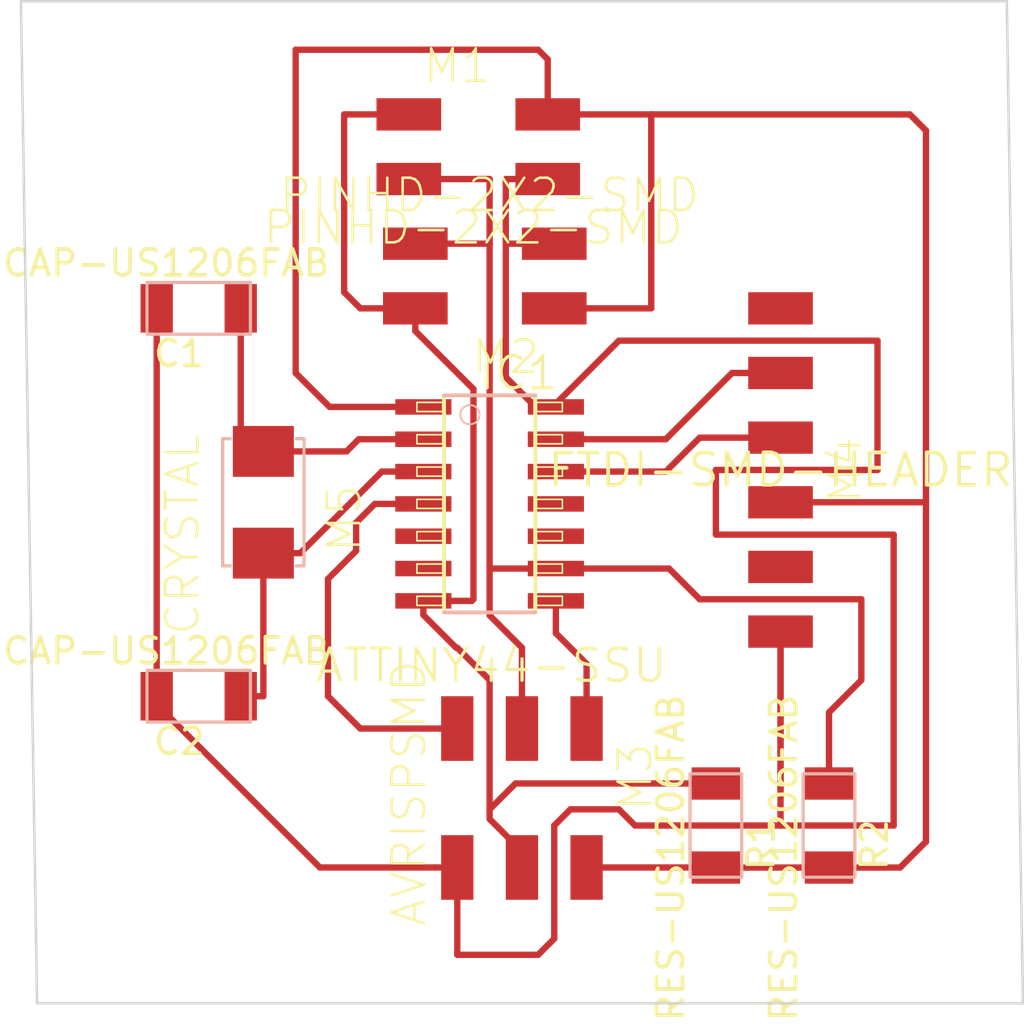
<source format=kicad_pcb>
(kicad_pcb (version 20171130) (host pcbnew "(5.0.1-3-g963ef8bb5)")

  (general
    (thickness 1.6)
    (drawings 4)
    (tracks 113)
    (zones 0)
    (modules 10)
    (nets 17)
  )

  (page A4)
  (layers
    (0 F.Cu signal)
    (31 B.Cu signal)
    (32 B.Adhes user)
    (33 F.Adhes user)
    (34 B.Paste user)
    (35 F.Paste user)
    (36 B.SilkS user)
    (37 F.SilkS user)
    (38 B.Mask user)
    (39 F.Mask user)
    (40 Dwgs.User user)
    (41 Cmts.User user)
    (42 Eco1.User user)
    (43 Eco2.User user)
    (44 Edge.Cuts user)
    (45 Margin user)
    (46 B.CrtYd user)
    (47 F.CrtYd user)
    (48 B.Fab user)
    (49 F.Fab user)
  )

  (setup
    (last_trace_width 0.25)
    (trace_clearance 0.2)
    (zone_clearance 0.508)
    (zone_45_only no)
    (trace_min 0.2)
    (segment_width 0.2)
    (edge_width 0.1)
    (via_size 0.8)
    (via_drill 0.4)
    (via_min_size 0.4)
    (via_min_drill 0.3)
    (uvia_size 0.3)
    (uvia_drill 0.1)
    (uvias_allowed no)
    (uvia_min_size 0.2)
    (uvia_min_drill 0.1)
    (pcb_text_width 0.3)
    (pcb_text_size 1.5 1.5)
    (mod_edge_width 0.15)
    (mod_text_size 1 1)
    (mod_text_width 0.15)
    (pad_size 1.5 1.5)
    (pad_drill 0.6)
    (pad_to_mask_clearance 0)
    (aux_axis_origin 0 0)
    (visible_elements FFFFFF7F)
    (pcbplotparams
      (layerselection 0x010fc_ffffffff)
      (usegerberextensions false)
      (usegerberattributes false)
      (usegerberadvancedattributes false)
      (creategerberjobfile false)
      (excludeedgelayer true)
      (linewidth 0.100000)
      (plotframeref false)
      (viasonmask false)
      (mode 1)
      (useauxorigin false)
      (hpglpennumber 1)
      (hpglpenspeed 20)
      (hpglpendiameter 15.000000)
      (psnegative false)
      (psa4output false)
      (plotreference true)
      (plotvalue true)
      (plotinvisibletext false)
      (padsonsilk false)
      (subtractmaskfromsilk false)
      (outputformat 1)
      (mirror false)
      (drillshape 1)
      (scaleselection 1)
      (outputdirectory ""))
  )

  (net 0 "")
  (net 1 "Net-(C1-Pad1)")
  (net 2 GND)
  (net 3 "Net-(C2-Pad1)")
  (net 4 VCC)
  (net 5 RESET)
  (net 6 "Net-(IC1-Pad5)")
  (net 7 "Net-(IC1-Pad6)")
  (net 8 MOSI)
  (net 9 MISO)
  (net 10 SCK)
  (net 11 "Net-(IC1-Pad10)")
  (net 12 "Net-(IC1-Pad11)")
  (net 13 TXD)
  (net 14 RXD)
  (net 15 "Net-(M4-Pad2)")
  (net 16 "Net-(M4-Pad6)")

  (net_class Default "This is the default net class."
    (clearance 0.2)
    (trace_width 0.25)
    (via_dia 0.8)
    (via_drill 0.4)
    (uvia_dia 0.3)
    (uvia_drill 0.1)
    (add_net GND)
    (add_net MISO)
    (add_net MOSI)
    (add_net "Net-(C1-Pad1)")
    (add_net "Net-(C2-Pad1)")
    (add_net "Net-(IC1-Pad10)")
    (add_net "Net-(IC1-Pad11)")
    (add_net "Net-(IC1-Pad5)")
    (add_net "Net-(IC1-Pad6)")
    (add_net "Net-(M4-Pad2)")
    (add_net "Net-(M4-Pad6)")
    (add_net RESET)
    (add_net RXD)
    (add_net SCK)
    (add_net TXD)
    (add_net VCC)
  )

  (module fab:fab-C1206FAB (layer F.Cu) (tedit 200000) (tstamp 5D01AD61)
    (at 97.79 72.39 180)
    (path /5CC6AABE)
    (attr smd)
    (fp_text reference C1 (at 0.762 -1.778 180) (layer F.SilkS)
      (effects (font (size 1.016 1.016) (thickness 0.1524)))
    )
    (fp_text value CAP-US1206FAB (at 1.27 1.778 180) (layer F.SilkS)
      (effects (font (size 1.016 1.016) (thickness 0.1524)))
    )
    (fp_line (start -2.032 -1.016) (end 2.032 -1.016) (layer B.SilkS) (width 0.127))
    (fp_line (start 2.032 -1.016) (end 2.032 1.016) (layer B.SilkS) (width 0.127))
    (fp_line (start 2.032 1.016) (end -2.032 1.016) (layer B.SilkS) (width 0.127))
    (fp_line (start -2.032 1.016) (end -2.032 -1.016) (layer B.SilkS) (width 0.127))
    (pad 1 smd rect (at -1.651 0 180) (size 1.27 1.905) (layers F.Cu F.Paste F.Mask)
      (net 1 "Net-(C1-Pad1)"))
    (pad 2 smd rect (at 1.651 0 180) (size 1.27 1.905) (layers F.Cu F.Paste F.Mask)
      (net 2 GND))
  )

  (module fab:fab-C1206FAB (layer F.Cu) (tedit 200000) (tstamp 5D01AD6B)
    (at 97.79 87.63 180)
    (path /5CC6AB30)
    (attr smd)
    (fp_text reference C2 (at 0.762 -1.778 180) (layer F.SilkS)
      (effects (font (size 1.016 1.016) (thickness 0.1524)))
    )
    (fp_text value CAP-US1206FAB (at 1.27 1.778 180) (layer F.SilkS)
      (effects (font (size 1.016 1.016) (thickness 0.1524)))
    )
    (fp_line (start -2.032 1.016) (end -2.032 -1.016) (layer B.SilkS) (width 0.127))
    (fp_line (start 2.032 1.016) (end -2.032 1.016) (layer B.SilkS) (width 0.127))
    (fp_line (start 2.032 -1.016) (end 2.032 1.016) (layer B.SilkS) (width 0.127))
    (fp_line (start -2.032 -1.016) (end 2.032 -1.016) (layer B.SilkS) (width 0.127))
    (pad 2 smd rect (at 1.651 0 180) (size 1.27 1.905) (layers F.Cu F.Paste F.Mask)
      (net 2 GND))
    (pad 1 smd rect (at -1.651 0 180) (size 1.27 1.905) (layers F.Cu F.Paste F.Mask)
      (net 3 "Net-(C2-Pad1)"))
  )

  (module fab:fab-SOIC14 (layer F.Cu) (tedit 200000) (tstamp 5D01ADBA)
    (at 109.22 80.0735 270)
    (descr "SMALL OUTLINE PACKAGE")
    (tags "SMALL OUTLINE PACKAGE")
    (path /5CC56FD1)
    (attr smd)
    (fp_text reference IC1 (at -5.1435 -1.143) (layer F.SilkS)
      (effects (font (size 1.27 1.27) (thickness 0.127)))
    )
    (fp_text value ATTINY44-SSU (at 6.35 -0.0635 180) (layer F.SilkS)
      (effects (font (size 1.27 1.27) (thickness 0.127)))
    )
    (fp_line (start -3.9878 -1.8415) (end -3.62966 -1.8415) (layer F.SilkS) (width 0.06604))
    (fp_line (start -3.62966 -1.8415) (end -3.62966 -2.8575) (layer F.SilkS) (width 0.06604))
    (fp_line (start -3.9878 -2.8575) (end -3.62966 -2.8575) (layer F.SilkS) (width 0.06604))
    (fp_line (start -3.9878 -1.8415) (end -3.9878 -2.8575) (layer F.SilkS) (width 0.06604))
    (fp_line (start -2.7178 -1.8415) (end -2.3622 -1.8415) (layer F.SilkS) (width 0.06604))
    (fp_line (start -2.3622 -1.8415) (end -2.3622 -2.8575) (layer F.SilkS) (width 0.06604))
    (fp_line (start -2.7178 -2.8575) (end -2.3622 -2.8575) (layer F.SilkS) (width 0.06604))
    (fp_line (start -2.7178 -1.8415) (end -2.7178 -2.8575) (layer F.SilkS) (width 0.06604))
    (fp_line (start -1.4478 -1.8415) (end -1.08966 -1.8415) (layer F.SilkS) (width 0.06604))
    (fp_line (start -1.08966 -1.8415) (end -1.08966 -2.8575) (layer F.SilkS) (width 0.06604))
    (fp_line (start -1.4478 -2.8575) (end -1.08966 -2.8575) (layer F.SilkS) (width 0.06604))
    (fp_line (start -1.4478 -1.8415) (end -1.4478 -2.8575) (layer F.SilkS) (width 0.06604))
    (fp_line (start -0.1778 -1.8415) (end 0.1778 -1.8415) (layer F.SilkS) (width 0.06604))
    (fp_line (start 0.1778 -1.8415) (end 0.1778 -2.8575) (layer F.SilkS) (width 0.06604))
    (fp_line (start -0.1778 -2.8575) (end 0.1778 -2.8575) (layer F.SilkS) (width 0.06604))
    (fp_line (start -0.1778 -1.8415) (end -0.1778 -2.8575) (layer F.SilkS) (width 0.06604))
    (fp_line (start 1.08966 -1.8415) (end 1.4478 -1.8415) (layer F.SilkS) (width 0.06604))
    (fp_line (start 1.4478 -1.8415) (end 1.4478 -2.8575) (layer F.SilkS) (width 0.06604))
    (fp_line (start 1.08966 -2.8575) (end 1.4478 -2.8575) (layer F.SilkS) (width 0.06604))
    (fp_line (start 1.08966 -1.8415) (end 1.08966 -2.8575) (layer F.SilkS) (width 0.06604))
    (fp_line (start 2.3622 -1.8415) (end 2.7178 -1.8415) (layer F.SilkS) (width 0.06604))
    (fp_line (start 2.7178 -1.8415) (end 2.7178 -2.8575) (layer F.SilkS) (width 0.06604))
    (fp_line (start 2.3622 -2.8575) (end 2.7178 -2.8575) (layer F.SilkS) (width 0.06604))
    (fp_line (start 2.3622 -1.8415) (end 2.3622 -2.8575) (layer F.SilkS) (width 0.06604))
    (fp_line (start 3.62966 -1.8415) (end 3.9878 -1.8415) (layer F.SilkS) (width 0.06604))
    (fp_line (start 3.9878 -1.8415) (end 3.9878 -2.8575) (layer F.SilkS) (width 0.06604))
    (fp_line (start 3.62966 -2.8575) (end 3.9878 -2.8575) (layer F.SilkS) (width 0.06604))
    (fp_line (start 3.62966 -1.8415) (end 3.62966 -2.8575) (layer F.SilkS) (width 0.06604))
    (fp_line (start 3.62966 2.8575) (end 3.9878 2.8575) (layer F.SilkS) (width 0.06604))
    (fp_line (start 3.9878 2.8575) (end 3.9878 1.8415) (layer F.SilkS) (width 0.06604))
    (fp_line (start 3.62966 1.8415) (end 3.9878 1.8415) (layer F.SilkS) (width 0.06604))
    (fp_line (start 3.62966 2.8575) (end 3.62966 1.8415) (layer F.SilkS) (width 0.06604))
    (fp_line (start 2.3622 2.8575) (end 2.7178 2.8575) (layer F.SilkS) (width 0.06604))
    (fp_line (start 2.7178 2.8575) (end 2.7178 1.8415) (layer F.SilkS) (width 0.06604))
    (fp_line (start 2.3622 1.8415) (end 2.7178 1.8415) (layer F.SilkS) (width 0.06604))
    (fp_line (start 2.3622 2.8575) (end 2.3622 1.8415) (layer F.SilkS) (width 0.06604))
    (fp_line (start 1.08966 2.8575) (end 1.4478 2.8575) (layer F.SilkS) (width 0.06604))
    (fp_line (start 1.4478 2.8575) (end 1.4478 1.8415) (layer F.SilkS) (width 0.06604))
    (fp_line (start 1.08966 1.8415) (end 1.4478 1.8415) (layer F.SilkS) (width 0.06604))
    (fp_line (start 1.08966 2.8575) (end 1.08966 1.8415) (layer F.SilkS) (width 0.06604))
    (fp_line (start -0.1778 2.8575) (end 0.1778 2.8575) (layer F.SilkS) (width 0.06604))
    (fp_line (start 0.1778 2.8575) (end 0.1778 1.8415) (layer F.SilkS) (width 0.06604))
    (fp_line (start -0.1778 1.8415) (end 0.1778 1.8415) (layer F.SilkS) (width 0.06604))
    (fp_line (start -0.1778 2.8575) (end -0.1778 1.8415) (layer F.SilkS) (width 0.06604))
    (fp_line (start -1.4478 2.8575) (end -1.08966 2.8575) (layer F.SilkS) (width 0.06604))
    (fp_line (start -1.08966 2.8575) (end -1.08966 1.8415) (layer F.SilkS) (width 0.06604))
    (fp_line (start -1.4478 1.8415) (end -1.08966 1.8415) (layer F.SilkS) (width 0.06604))
    (fp_line (start -1.4478 2.8575) (end -1.4478 1.8415) (layer F.SilkS) (width 0.06604))
    (fp_line (start -2.7178 2.8575) (end -2.3622 2.8575) (layer F.SilkS) (width 0.06604))
    (fp_line (start -2.3622 2.8575) (end -2.3622 1.8415) (layer F.SilkS) (width 0.06604))
    (fp_line (start -2.7178 1.8415) (end -2.3622 1.8415) (layer F.SilkS) (width 0.06604))
    (fp_line (start -2.7178 2.8575) (end -2.7178 1.8415) (layer F.SilkS) (width 0.06604))
    (fp_line (start -3.9878 2.8575) (end -3.62966 2.8575) (layer F.SilkS) (width 0.06604))
    (fp_line (start -3.62966 2.8575) (end -3.62966 1.8415) (layer F.SilkS) (width 0.06604))
    (fp_line (start -3.9878 1.8415) (end -3.62966 1.8415) (layer F.SilkS) (width 0.06604))
    (fp_line (start -3.9878 2.8575) (end -3.9878 1.8415) (layer F.SilkS) (width 0.06604))
    (fp_line (start -4.26466 1.7907) (end 4.26466 1.7907) (layer F.SilkS) (width 0.1524))
    (fp_line (start 4.26466 1.7907) (end 4.26466 -1.7907) (layer B.SilkS) (width 0.1524))
    (fp_line (start 4.26466 -1.7907) (end -4.26466 -1.7907) (layer F.SilkS) (width 0.1524))
    (fp_line (start -4.26466 -1.7907) (end -4.26466 1.7907) (layer B.SilkS) (width 0.1524))
    (fp_circle (center -3.5052 0.7747) (end -3.7719 1.0414) (layer B.SilkS) (width 0.0762))
    (pad 1 smd rect (at -3.81 2.6035 270) (size 0.6096 2.20726) (layers F.Cu F.Paste F.Mask)
      (net 4 VCC))
    (pad 2 smd rect (at -2.54 2.6035 270) (size 0.6096 2.20726) (layers F.Cu F.Paste F.Mask)
      (net 1 "Net-(C1-Pad1)"))
    (pad 3 smd rect (at -1.27 2.6035 270) (size 0.6096 2.20726) (layers F.Cu F.Paste F.Mask)
      (net 3 "Net-(C2-Pad1)"))
    (pad 4 smd rect (at 0 2.6035 270) (size 0.6096 2.20726) (layers F.Cu F.Paste F.Mask)
      (net 5 RESET))
    (pad 5 smd rect (at 1.27 2.6035 270) (size 0.6096 2.20726) (layers F.Cu F.Paste F.Mask)
      (net 6 "Net-(IC1-Pad5)"))
    (pad 6 smd rect (at 2.54 2.6035 270) (size 0.6096 2.20726) (layers F.Cu F.Paste F.Mask)
      (net 7 "Net-(IC1-Pad6)"))
    (pad 7 smd rect (at 3.81 2.6035 270) (size 0.6096 2.20726) (layers F.Cu F.Paste F.Mask)
      (net 8 MOSI))
    (pad 8 smd rect (at 3.81 -2.6035 270) (size 0.6096 2.20726) (layers F.Cu F.Paste F.Mask)
      (net 9 MISO))
    (pad 9 smd rect (at 2.54 -2.6035 270) (size 0.6096 2.20726) (layers F.Cu F.Paste F.Mask)
      (net 10 SCK))
    (pad 10 smd rect (at 1.27 -2.6035 270) (size 0.6096 2.20726) (layers F.Cu F.Paste F.Mask)
      (net 11 "Net-(IC1-Pad10)"))
    (pad 11 smd rect (at 0 -2.6035 270) (size 0.6096 2.20726) (layers F.Cu F.Paste F.Mask)
      (net 12 "Net-(IC1-Pad11)"))
    (pad 12 smd rect (at -1.27 -2.6035 270) (size 0.6096 2.20726) (layers F.Cu F.Paste F.Mask)
      (net 13 TXD))
    (pad 13 smd rect (at -2.54 -2.6035 270) (size 0.6096 2.20726) (layers F.Cu F.Paste F.Mask)
      (net 14 RXD))
    (pad 14 smd rect (at -3.81 -2.6035 270) (size 0.6096 2.20726) (layers F.Cu F.Paste F.Mask)
      (net 2 GND))
  )

  (module fab:fab-2X02SMD (layer F.Cu) (tedit 200000) (tstamp 5D01ADC2)
    (at 108.585 66.04)
    (path /5CC576D4)
    (attr smd)
    (fp_text reference M1 (at -0.635 -3.175) (layer F.SilkS)
      (effects (font (size 1.27 1.27) (thickness 0.1016)))
    )
    (fp_text value PINHD-2X2-SMD (at 0 3.175) (layer F.SilkS)
      (effects (font (size 1.27 1.27) (thickness 0.1016)))
    )
    (pad 4 smd rect (at 2.91846 1.27) (size 2.54 1.27) (layers F.Cu F.Paste F.Mask)
      (net 2 GND))
    (pad 3 smd rect (at -2.54 1.27) (size 2.54 1.27) (layers F.Cu F.Paste F.Mask)
      (net 10 SCK))
    (pad 2 smd rect (at 2.91846 -1.27) (size 2.54 1.27) (layers F.Cu F.Paste F.Mask)
      (net 4 VCC))
    (pad 1 smd rect (at -2.54 -1.27) (size 2.54 1.27) (layers F.Cu F.Paste F.Mask)
      (net 8 MOSI))
  )

  (module fab:fab-2X02SMD (layer F.Cu) (tedit 200000) (tstamp 5D01ADCA)
    (at 109.22 71.12 180)
    (path /5CC57680)
    (attr smd)
    (fp_text reference M2 (at -0.635 -3.175 180) (layer F.SilkS)
      (effects (font (size 1.27 1.27) (thickness 0.1016)))
    )
    (fp_text value PINHD-2X2-SMD (at 0 3.175 180) (layer F.SilkS)
      (effects (font (size 1.27 1.27) (thickness 0.1016)))
    )
    (pad 1 smd rect (at -2.54 -1.27 180) (size 2.54 1.27) (layers F.Cu F.Paste F.Mask)
      (net 4 VCC))
    (pad 2 smd rect (at 2.91846 -1.27 180) (size 2.54 1.27) (layers F.Cu F.Paste F.Mask)
      (net 8 MOSI))
    (pad 3 smd rect (at -2.54 1.27 180) (size 2.54 1.27) (layers F.Cu F.Paste F.Mask)
      (net 2 GND))
    (pad 4 smd rect (at 2.91846 1.27 180) (size 2.54 1.27) (layers F.Cu F.Paste F.Mask)
      (net 10 SCK))
  )

  (module fab:fab-2X03SMD (layer F.Cu) (tedit 200000) (tstamp 5D01ADD4)
    (at 110.49 91.44 270)
    (path /5CC570A7)
    (attr smd)
    (fp_text reference M3 (at -0.635 -4.445 270) (layer F.SilkS)
      (effects (font (size 1.27 1.27) (thickness 0.1016)))
    )
    (fp_text value AVRISPSMD (at 0 4.445 270) (layer F.SilkS)
      (effects (font (size 1.27 1.27) (thickness 0.1016)))
    )
    (pad 1 smd rect (at -2.54 -2.54 270) (size 2.54 1.27) (layers F.Cu F.Paste F.Mask)
      (net 9 MISO))
    (pad 2 smd rect (at 2.91846 -2.54 270) (size 2.54 1.27) (layers F.Cu F.Paste F.Mask)
      (net 4 VCC))
    (pad 3 smd rect (at -2.54 0 270) (size 2.54 1.27) (layers F.Cu F.Paste F.Mask)
      (net 10 SCK))
    (pad 4 smd rect (at 2.91846 0 270) (size 2.54 1.27) (layers F.Cu F.Paste F.Mask)
      (net 8 MOSI))
    (pad 5 smd rect (at -2.54 2.54 270) (size 2.54 1.27) (layers F.Cu F.Paste F.Mask)
      (net 5 RESET))
    (pad 6 smd rect (at 2.91846 2.54 270) (size 2.54 1.27) (layers F.Cu F.Paste F.Mask)
      (net 2 GND))
  )

  (module fab1:fab-1X06SMD (layer F.Cu) (tedit 200000) (tstamp 5D01ADDE)
    (at 120.65 78.74 180)
    (path /5CC57158)
    (attr smd)
    (fp_text reference M4 (at -2.54 0 270) (layer F.SilkS)
      (effects (font (size 1.27 1.27) (thickness 0.1016)))
    )
    (fp_text value FTDI-SMD-HEADER (at 0 0 180) (layer F.SilkS)
      (effects (font (size 1.27 1.27) (thickness 0.15)))
    )
    (pad 1 smd rect (at 0 -6.35 180) (size 2.54 1.27) (layers F.Cu F.Paste F.Mask)
      (net 2 GND))
    (pad 2 smd rect (at 0 -3.81 180) (size 2.54 1.27) (layers F.Cu F.Paste F.Mask)
      (net 15 "Net-(M4-Pad2)"))
    (pad 3 smd rect (at 0 -1.27 180) (size 2.54 1.27) (layers F.Cu F.Paste F.Mask)
      (net 4 VCC))
    (pad 4 smd rect (at 0 1.27 180) (size 2.54 1.27) (layers F.Cu F.Paste F.Mask)
      (net 13 TXD))
    (pad 5 smd rect (at 0 3.81 180) (size 2.54 1.27) (layers F.Cu F.Paste F.Mask)
      (net 14 RXD))
    (pad 6 smd rect (at 0 6.35 180) (size 2.54 1.27) (layers F.Cu F.Paste F.Mask)
      (net 16 "Net-(M4-Pad6)"))
  )

  (module fab:fab-2-SMD-5X3MM (layer F.Cu) (tedit 200000) (tstamp 5D01ADEA)
    (at 100.33 80.01 270)
    (path /5CC69D05)
    (attr smd)
    (fp_text reference M5 (at 0.635 -3.175 270) (layer F.SilkS)
      (effects (font (size 1.27 1.27) (thickness 0.1016)))
    )
    (fp_text value CRYSTAL (at 1.27 3.175 270) (layer F.SilkS)
      (effects (font (size 1.27 1.27) (thickness 0.1016)))
    )
    (fp_line (start -2.49936 -1.29794) (end -2.49936 -1.59766) (layer B.SilkS) (width 0.127))
    (fp_line (start -2.49936 -1.59766) (end 2.49936 -1.59766) (layer B.SilkS) (width 0.127))
    (fp_line (start 2.49936 -1.59766) (end 2.49936 -1.29794) (layer B.SilkS) (width 0.127))
    (fp_line (start 2.49936 1.29794) (end 2.49936 1.59766) (layer B.SilkS) (width 0.127))
    (fp_line (start 2.49936 1.59766) (end -2.49936 1.59766) (layer B.SilkS) (width 0.127))
    (fp_line (start -2.49936 1.59766) (end -2.49936 1.29794) (layer B.SilkS) (width 0.127))
    (pad P$1 smd rect (at -1.99898 0 270) (size 1.99898 2.39776) (layers F.Cu F.Paste F.Mask)
      (net 1 "Net-(C1-Pad1)"))
    (pad P$2 smd rect (at 1.99898 0 270) (size 1.99898 2.39776) (layers F.Cu F.Paste F.Mask)
      (net 3 "Net-(C2-Pad1)"))
  )

  (module fab:fab-R1206FAB (layer F.Cu) (tedit 200000) (tstamp 5D01ADF4)
    (at 118.11 92.71 270)
    (path /5CC5F096)
    (attr smd)
    (fp_text reference R1 (at 0.762 -1.778 270) (layer F.SilkS)
      (effects (font (size 1.016 1.016) (thickness 0.1524)))
    )
    (fp_text value RES-US1206FAB (at 1.27 1.778 270) (layer F.SilkS)
      (effects (font (size 1.016 1.016) (thickness 0.1524)))
    )
    (fp_line (start -2.032 -1.016) (end 2.032 -1.016) (layer B.SilkS) (width 0.127))
    (fp_line (start 2.032 -1.016) (end 2.032 1.016) (layer B.SilkS) (width 0.127))
    (fp_line (start 2.032 1.016) (end -2.032 1.016) (layer B.SilkS) (width 0.127))
    (fp_line (start -2.032 1.016) (end -2.032 -1.016) (layer B.SilkS) (width 0.127))
    (pad 1 smd rect (at -1.651 0 270) (size 1.27 1.905) (layers F.Cu F.Paste F.Mask)
      (net 8 MOSI))
    (pad 2 smd rect (at 1.651 0 270) (size 1.27 1.905) (layers F.Cu F.Paste F.Mask)
      (net 4 VCC))
  )

  (module fab:fab-R1206FAB (layer F.Cu) (tedit 200000) (tstamp 5D01ADFE)
    (at 122.555 92.71 270)
    (path /5CC5F0F5)
    (attr smd)
    (fp_text reference R2 (at 0.762 -1.778 270) (layer F.SilkS)
      (effects (font (size 1.016 1.016) (thickness 0.1524)))
    )
    (fp_text value RES-US1206FAB (at 1.27 1.778 270) (layer F.SilkS)
      (effects (font (size 1.016 1.016) (thickness 0.1524)))
    )
    (fp_line (start -2.032 1.016) (end -2.032 -1.016) (layer B.SilkS) (width 0.127))
    (fp_line (start 2.032 1.016) (end -2.032 1.016) (layer B.SilkS) (width 0.127))
    (fp_line (start 2.032 -1.016) (end 2.032 1.016) (layer B.SilkS) (width 0.127))
    (fp_line (start -2.032 -1.016) (end 2.032 -1.016) (layer B.SilkS) (width 0.127))
    (pad 2 smd rect (at 1.651 0 270) (size 1.27 1.905) (layers F.Cu F.Paste F.Mask)
      (net 4 VCC))
    (pad 1 smd rect (at -1.651 0 270) (size 1.27 1.905) (layers F.Cu F.Paste F.Mask)
      (net 10 SCK))
  )

  (gr_line (start 91.44 99.695) (end 90.805 60.325) (layer Edge.Cuts) (width 0.1))
  (gr_line (start 130.175 99.695) (end 91.44 99.695) (layer Edge.Cuts) (width 0.1))
  (gr_line (start 129.54 60.325) (end 130.175 99.695) (layer Edge.Cuts) (width 0.1))
  (gr_line (start 90.805 60.325) (end 129.54 60.325) (layer Edge.Cuts) (width 0.1))

  (segment (start 99.441 77.12202) (end 100.33 78.01102) (width 0.25) (layer F.Cu) (net 1))
  (segment (start 99.441 72.39) (end 99.441 77.12202) (width 0.25) (layer F.Cu) (net 1))
  (segment (start 100.33 78.01102) (end 103.59898 78.01102) (width 0.25) (layer F.Cu) (net 1))
  (segment (start 104.0765 77.5335) (end 106.6165 77.5335) (width 0.25) (layer F.Cu) (net 1))
  (segment (start 103.59898 78.01102) (end 104.0765 77.5335) (width 0.25) (layer F.Cu) (net 1))
  (segment (start 96.139 73.5925) (end 96.139 87.63) (width 0.25) (layer F.Cu) (net 2))
  (segment (start 96.139 72.39) (end 96.139 73.5925) (width 0.25) (layer F.Cu) (net 2))
  (segment (start 107.065 94.35846) (end 107.95 94.35846) (width 0.25) (layer F.Cu) (net 2))
  (segment (start 102.54996 94.35846) (end 107.065 94.35846) (width 0.25) (layer F.Cu) (net 2))
  (segment (start 96.139 87.9475) (end 102.54996 94.35846) (width 0.25) (layer F.Cu) (net 2))
  (segment (start 96.139 87.63) (end 96.139 87.9475) (width 0.25) (layer F.Cu) (net 2))
  (segment (start 120.65 92.71) (end 120.65 85.09) (width 0.25) (layer F.Cu) (net 2))
  (segment (start 114.935 92.71) (end 120.65 92.71) (width 0.25) (layer F.Cu) (net 2))
  (segment (start 112.395 92.075) (end 114.3 92.075) (width 0.25) (layer F.Cu) (net 2))
  (segment (start 111.76 92.71) (end 112.395 92.075) (width 0.25) (layer F.Cu) (net 2))
  (segment (start 107.95 94.35846) (end 107.95 97.79) (width 0.25) (layer F.Cu) (net 2))
  (segment (start 111.76 97.155) (end 111.76 92.71) (width 0.25) (layer F.Cu) (net 2))
  (segment (start 111.125 97.79) (end 111.76 97.155) (width 0.25) (layer F.Cu) (net 2))
  (segment (start 114.3 92.075) (end 114.935 92.71) (width 0.25) (layer F.Cu) (net 2))
  (segment (start 107.95 97.79) (end 111.125 97.79) (width 0.25) (layer F.Cu) (net 2))
  (segment (start 111.02467 76.2635) (end 111.8235 76.2635) (width 0.25) (layer F.Cu) (net 2))
  (segment (start 109.855 75.09383) (end 111.02467 76.2635) (width 0.25) (layer F.Cu) (net 2))
  (segment (start 109.855 69.85) (end 109.855 75.09383) (width 0.25) (layer F.Cu) (net 2))
  (segment (start 111.76 69.85) (end 109.855 69.85) (width 0.25) (layer F.Cu) (net 2))
  (segment (start 109.855 69.85) (end 109.855 67.31) (width 0.25) (layer F.Cu) (net 2))
  (segment (start 109.855 67.31) (end 111.50346 67.31) (width 0.25) (layer F.Cu) (net 2))
  (segment (start 120.65 85.09) (end 120.65 91.326502) (width 0.25) (layer F.Cu) (net 2))
  (segment (start 124.46 73.66) (end 114.3 73.66) (width 0.25) (layer F.Cu) (net 2))
  (segment (start 124.46 78.74) (end 124.46 73.66) (width 0.25) (layer F.Cu) (net 2))
  (segment (start 113.990001 73.969999) (end 111.76 76.2) (width 0.25) (layer F.Cu) (net 2))
  (segment (start 114.3 73.66) (end 113.990001 73.969999) (width 0.25) (layer F.Cu) (net 2))
  (segment (start 118.11 81.28) (end 118.11 78.74) (width 0.25) (layer F.Cu) (net 2))
  (segment (start 125.095 81.28) (end 118.11 81.28) (width 0.25) (layer F.Cu) (net 2))
  (segment (start 118.11 78.74) (end 124.46 78.74) (width 0.25) (layer F.Cu) (net 2))
  (segment (start 125.095 92.71) (end 125.095 81.28) (width 0.25) (layer F.Cu) (net 2))
  (segment (start 120.65 92.71) (end 125.095 92.71) (width 0.25) (layer F.Cu) (net 2))
  (segment (start 100.326 87.63) (end 99.441 87.63) (width 0.25) (layer F.Cu) (net 3))
  (segment (start 100.33 87.626) (end 100.326 87.63) (width 0.25) (layer F.Cu) (net 3))
  (segment (start 100.33 82.00898) (end 100.33 87.626) (width 0.25) (layer F.Cu) (net 3))
  (segment (start 104.98436 78.8035) (end 106.6165 78.8035) (width 0.25) (layer F.Cu) (net 3))
  (segment (start 101.77888 82.00898) (end 104.98436 78.8035) (width 0.25) (layer F.Cu) (net 3))
  (segment (start 100.33 82.00898) (end 101.77888 82.00898) (width 0.25) (layer F.Cu) (net 3))
  (segment (start 118.10746 94.35846) (end 118.11 94.361) (width 0.25) (layer F.Cu) (net 4))
  (segment (start 113.03 94.35846) (end 118.10746 94.35846) (width 0.25) (layer F.Cu) (net 4))
  (segment (start 119.3125 94.361) (end 122.555 94.361) (width 0.25) (layer F.Cu) (net 4))
  (segment (start 118.11 94.361) (end 119.3125 94.361) (width 0.25) (layer F.Cu) (net 4))
  (segment (start 125.349 94.361) (end 122.555 94.361) (width 0.25) (layer F.Cu) (net 4))
  (segment (start 126.365 80.01) (end 126.365 93.345) (width 0.25) (layer F.Cu) (net 4))
  (segment (start 126.365 93.345) (end 125.349 94.361) (width 0.25) (layer F.Cu) (net 4))
  (segment (start 120.65 80.01) (end 126.365 80.01) (width 0.25) (layer F.Cu) (net 4))
  (segment (start 126.365 80.01) (end 126.365 65.405) (width 0.25) (layer F.Cu) (net 4))
  (segment (start 126.365 65.405) (end 125.73 64.77) (width 0.25) (layer F.Cu) (net 4))
  (segment (start 115.57 64.77) (end 115.57 72.39) (width 0.25) (layer F.Cu) (net 4))
  (segment (start 125.73 64.77) (end 115.57 64.77) (width 0.25) (layer F.Cu) (net 4))
  (segment (start 115.57 64.77) (end 111.50346 64.77) (width 0.25) (layer F.Cu) (net 4))
  (segment (start 115.57 72.39) (end 111.76 72.39) (width 0.25) (layer F.Cu) (net 4))
  (segment (start 102.9335 76.2635) (end 106.6165 76.2635) (width 0.25) (layer F.Cu) (net 4))
  (segment (start 101.6 74.93) (end 102.9335 76.2635) (width 0.25) (layer F.Cu) (net 4))
  (segment (start 111.125 62.23) (end 101.6 62.23) (width 0.25) (layer F.Cu) (net 4))
  (segment (start 111.50346 62.60846) (end 111.125 62.23) (width 0.25) (layer F.Cu) (net 4))
  (segment (start 101.6 62.23) (end 101.6 74.93) (width 0.25) (layer F.Cu) (net 4))
  (segment (start 111.50346 64.77) (end 111.50346 62.60846) (width 0.25) (layer F.Cu) (net 4))
  (segment (start 107.95 88.9) (end 104.14 88.9) (width 0.25) (layer F.Cu) (net 5))
  (segment (start 104.14 88.9) (end 102.87 87.63) (width 0.25) (layer F.Cu) (net 5))
  (segment (start 102.87 83.02117) (end 103.97617 81.915) (width 0.25) (layer F.Cu) (net 5))
  (segment (start 102.87 87.63) (end 102.87 83.02117) (width 0.25) (layer F.Cu) (net 5))
  (segment (start 103.97617 81.915) (end 103.97617 80.80883) (width 0.25) (layer F.Cu) (net 5))
  (segment (start 104.7115 80.0735) (end 106.6165 80.0735) (width 0.25) (layer F.Cu) (net 5))
  (segment (start 103.97617 80.80883) (end 104.7115 80.0735) (width 0.25) (layer F.Cu) (net 5))
  (segment (start 110.49 93.72346) (end 110.49 94.35846) (width 0.25) (layer F.Cu) (net 8))
  (segment (start 109.22 92.45346) (end 110.49 93.72346) (width 0.25) (layer F.Cu) (net 8))
  (segment (start 106.6165 83.8835) (end 106.6165 84.4383) (width 0.25) (layer F.Cu) (net 8))
  (segment (start 107.95 85.725) (end 109.22 86.995) (width 0.25) (layer F.Cu) (net 8))
  (segment (start 107.9032 85.725) (end 107.95 85.725) (width 0.25) (layer F.Cu) (net 8))
  (segment (start 106.6165 84.4383) (end 107.9032 85.725) (width 0.25) (layer F.Cu) (net 8))
  (segment (start 109.22 86.995) (end 109.22 92.075) (width 0.25) (layer F.Cu) (net 8))
  (segment (start 109.22 92.075) (end 109.22 92.45346) (width 0.25) (layer F.Cu) (net 8))
  (segment (start 116.9075 91.059) (end 118.11 91.059) (width 0.25) (layer F.Cu) (net 8))
  (segment (start 110.236 91.059) (end 116.9075 91.059) (width 0.25) (layer F.Cu) (net 8))
  (segment (start 109.22 92.075) (end 110.236 91.059) (width 0.25) (layer F.Cu) (net 8))
  (segment (start 106.6165 83.8835) (end 108.5215 83.8835) (width 0.25) (layer F.Cu) (net 8))
  (segment (start 108.5215 83.8835) (end 108.585 83.82) (width 0.25) (layer F.Cu) (net 8))
  (segment (start 108.585 83.82) (end 108.585 75.565) (width 0.25) (layer F.Cu) (net 8))
  (segment (start 106.30154 73.28154) (end 106.30154 72.39) (width 0.25) (layer F.Cu) (net 8))
  (segment (start 108.585 75.565) (end 106.30154 73.28154) (width 0.25) (layer F.Cu) (net 8))
  (segment (start 103.505 64.77) (end 106.045 64.77) (width 0.25) (layer F.Cu) (net 8))
  (segment (start 103.505 71.755) (end 103.505 64.77) (width 0.25) (layer F.Cu) (net 8))
  (segment (start 104.14 72.39) (end 103.505 71.755) (width 0.25) (layer F.Cu) (net 8))
  (segment (start 106.30154 72.39) (end 104.14 72.39) (width 0.25) (layer F.Cu) (net 8))
  (segment (start 113.03 88.9) (end 113.03 86.36) (width 0.25) (layer F.Cu) (net 9))
  (segment (start 111.8235 85.1535) (end 111.8235 83.8835) (width 0.25) (layer F.Cu) (net 9))
  (segment (start 113.03 86.36) (end 111.8235 85.1535) (width 0.25) (layer F.Cu) (net 9))
  (segment (start 123.825 83.82) (end 123.825 86.995) (width 0.25) (layer F.Cu) (net 10))
  (segment (start 111.8235 82.6135) (end 116.2685 82.6135) (width 0.25) (layer F.Cu) (net 10))
  (segment (start 116.2685 82.6135) (end 117.475 83.82) (width 0.25) (layer F.Cu) (net 10))
  (segment (start 122.555 88.265) (end 122.555 91.059) (width 0.25) (layer F.Cu) (net 10))
  (segment (start 123.825 86.995) (end 122.555 88.265) (width 0.25) (layer F.Cu) (net 10))
  (segment (start 117.475 83.82) (end 123.825 83.82) (width 0.25) (layer F.Cu) (net 10))
  (segment (start 110.49 88.9) (end 110.49 85.725) (width 0.25) (layer F.Cu) (net 10))
  (segment (start 110.49 85.725) (end 109.22 84.455) (width 0.25) (layer F.Cu) (net 10))
  (segment (start 109.22 84.455) (end 109.22 82.55) (width 0.25) (layer F.Cu) (net 10))
  (segment (start 109.2835 82.6135) (end 111.8235 82.6135) (width 0.25) (layer F.Cu) (net 10))
  (segment (start 109.22 82.55) (end 109.2835 82.6135) (width 0.25) (layer F.Cu) (net 10))
  (segment (start 109.22 82.55) (end 109.22 69.85) (width 0.25) (layer F.Cu) (net 10))
  (segment (start 109.22 69.85) (end 106.30154 69.85) (width 0.25) (layer F.Cu) (net 10))
  (segment (start 109.22 69.85) (end 109.22 67.31) (width 0.25) (layer F.Cu) (net 10))
  (segment (start 109.22 67.31) (end 106.045 67.31) (width 0.25) (layer F.Cu) (net 10))
  (segment (start 111.8235 78.8035) (end 116.1415 78.8035) (width 0.25) (layer F.Cu) (net 13))
  (segment (start 117.475 77.47) (end 120.65 77.47) (width 0.25) (layer F.Cu) (net 13))
  (segment (start 116.1415 78.8035) (end 117.475 77.47) (width 0.25) (layer F.Cu) (net 13))
  (segment (start 111.8235 77.5335) (end 116.1415 77.5335) (width 0.25) (layer F.Cu) (net 14))
  (segment (start 118.745 74.93) (end 120.65 74.93) (width 0.25) (layer F.Cu) (net 14))
  (segment (start 116.1415 77.5335) (end 118.745 74.93) (width 0.25) (layer F.Cu) (net 14))

)

</source>
